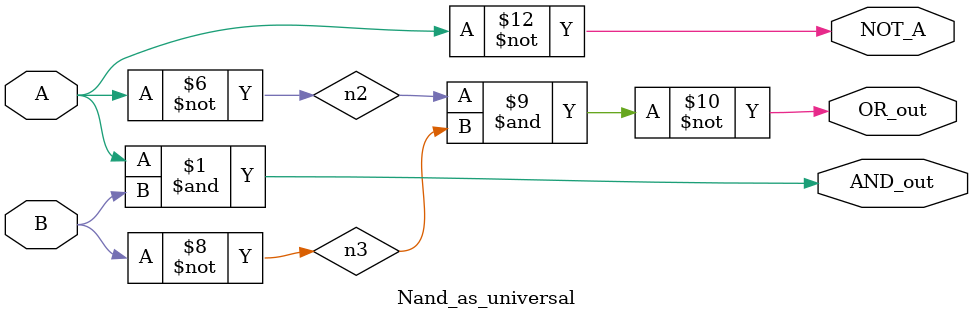
<source format=v>

module Nand_as_universal(
    input A,
    input B,
    output AND_out,
    output OR_out,
    output NOT_A
);
    wire n1,n2,n3;

    nand (n1, A, B);
    nand (AND_out, n1, n1);

    nand (n2, A, A);
    nand (n3, B, B);
    nand (OR_out, n2, n3);

    nand (NOT_A, A, A);
endmodule

</source>
